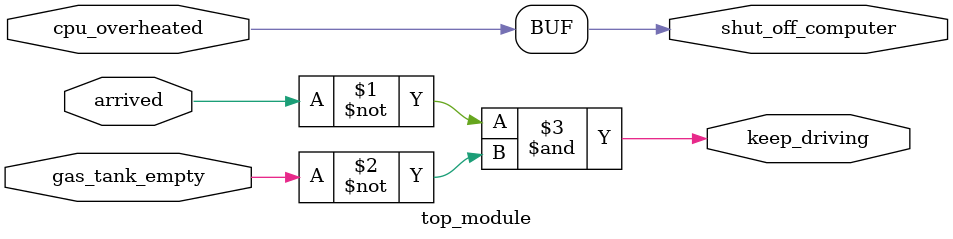
<source format=sv>
module top_module (
    input      cpu_overheated,
    output wire shut_off_computer,
    input      arrived,
    input      gas_tank_empty,
    output wire keep_driving  ); //

    assign shut_off_computer=cpu_overheated;

    assign keep_driving = (~arrived&~gas_tank_empty);

endmodule

</source>
